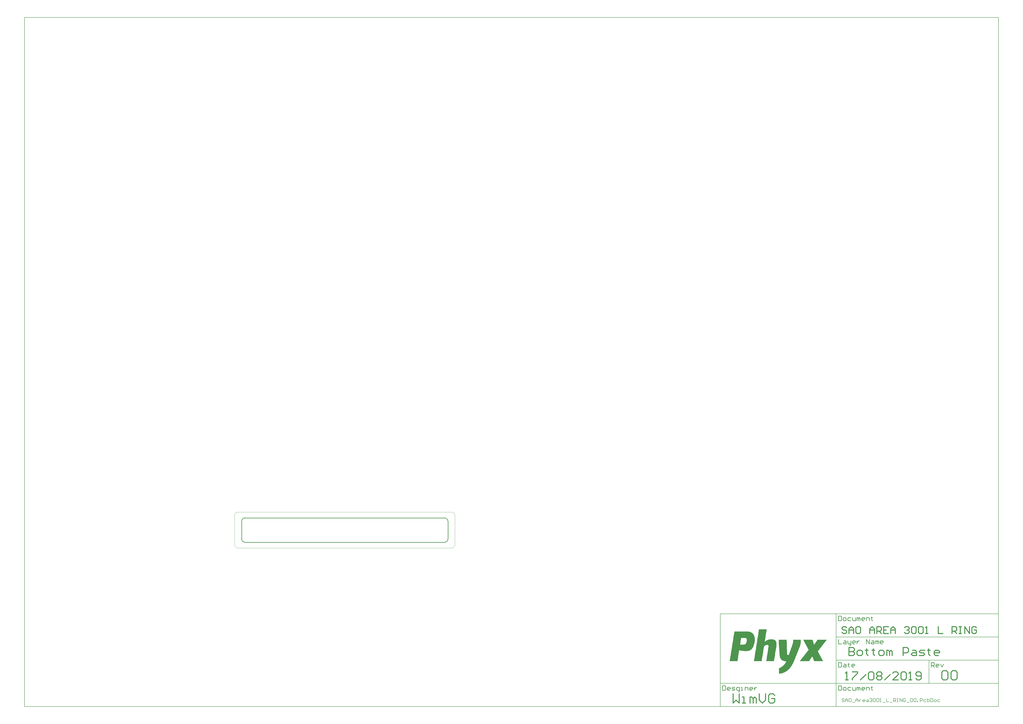
<source format=gbp>
G04*
G04 #@! TF.GenerationSoftware,Altium Limited,Altium Designer,18.1.7 (191)*
G04*
G04 Layer_Color=128*
%FSLAX25Y25*%
%MOIN*%
G70*
G01*
G75*
%ADD10C,0.01575*%
%ADD11C,0.00984*%
%ADD12C,0.00394*%
%ADD13C,0.00787*%
G36*
X872201Y-141778D02*
X873919D01*
Y-142065D01*
X874778D01*
Y-142351D01*
X875637D01*
Y-142637D01*
X876496D01*
Y-142924D01*
X877069D01*
Y-143210D01*
X877355D01*
Y-143496D01*
X877928D01*
Y-143783D01*
X878214D01*
Y-144069D01*
X878786D01*
Y-144355D01*
X879073D01*
Y-144641D01*
X879359D01*
Y-144928D01*
X879646D01*
Y-145214D01*
X879932D01*
Y-145501D01*
X880218D01*
Y-145787D01*
X880504D01*
Y-146073D01*
Y-146359D01*
X880791D01*
Y-146646D01*
X881077D01*
Y-146932D01*
Y-147218D01*
X881363D01*
Y-147505D01*
X881650D01*
Y-147791D01*
Y-148077D01*
X881936D01*
Y-148364D01*
Y-148650D01*
Y-148936D01*
X882222D01*
Y-149223D01*
Y-149509D01*
Y-149795D01*
X882509D01*
Y-150082D01*
Y-150368D01*
Y-150654D01*
Y-150940D01*
X882795D01*
Y-151227D01*
Y-151513D01*
Y-151799D01*
Y-152086D01*
Y-152372D01*
X883081D01*
Y-152658D01*
Y-152945D01*
Y-153231D01*
Y-153517D01*
Y-153804D01*
Y-154090D01*
Y-154376D01*
Y-154663D01*
Y-154949D01*
Y-155235D01*
Y-155521D01*
Y-155808D01*
Y-156094D01*
Y-156380D01*
Y-156667D01*
Y-156953D01*
Y-157239D01*
Y-157526D01*
Y-157812D01*
Y-158098D01*
X882795D01*
Y-158385D01*
Y-158671D01*
Y-158957D01*
Y-159244D01*
Y-159530D01*
Y-159816D01*
Y-160102D01*
X882509D01*
Y-160389D01*
Y-160675D01*
Y-160961D01*
Y-161248D01*
Y-161534D01*
X882222D01*
Y-161820D01*
Y-162107D01*
Y-162393D01*
Y-162679D01*
Y-162966D01*
X881936D01*
Y-163252D01*
Y-163538D01*
Y-163824D01*
X881650D01*
Y-164111D01*
Y-164397D01*
Y-164683D01*
Y-164970D01*
X881363D01*
Y-165256D01*
Y-165542D01*
Y-165829D01*
X881077D01*
Y-166115D01*
Y-166401D01*
X880791D01*
Y-166688D01*
Y-166974D01*
Y-167260D01*
X880504D01*
Y-167547D01*
Y-167833D01*
X880218D01*
Y-168119D01*
Y-168405D01*
X879932D01*
Y-168692D01*
Y-168978D01*
X879646D01*
Y-169264D01*
X879359D01*
Y-169551D01*
Y-169837D01*
X879073D01*
Y-170123D01*
X878786D01*
Y-170410D01*
X878500D01*
Y-170696D01*
Y-170982D01*
X878214D01*
Y-171269D01*
X877928D01*
Y-171555D01*
X877641D01*
Y-171841D01*
X877355D01*
Y-172127D01*
X877069D01*
Y-172414D01*
X876496D01*
Y-172700D01*
X876210D01*
Y-172986D01*
X875637D01*
Y-173273D01*
X875351D01*
Y-173559D01*
X874778D01*
Y-173845D01*
X873919D01*
Y-174132D01*
X873060D01*
Y-174418D01*
X872201D01*
Y-174704D01*
X870483D01*
Y-174991D01*
X865330D01*
Y-174704D01*
X862753D01*
Y-174418D01*
X860749D01*
Y-174132D01*
X859317D01*
Y-173845D01*
X857886D01*
Y-173559D01*
X856454D01*
Y-173845D01*
Y-174132D01*
Y-174418D01*
Y-174704D01*
Y-174991D01*
Y-175277D01*
Y-175563D01*
X856168D01*
Y-175850D01*
Y-176136D01*
Y-176422D01*
Y-176709D01*
Y-176995D01*
Y-177281D01*
X855882D01*
Y-177568D01*
Y-177854D01*
Y-178140D01*
Y-178426D01*
Y-178713D01*
Y-178999D01*
X855595D01*
Y-179285D01*
Y-179572D01*
Y-179858D01*
Y-180144D01*
Y-180431D01*
Y-180717D01*
Y-181003D01*
X855309D01*
Y-181290D01*
Y-181576D01*
Y-181862D01*
Y-182149D01*
Y-182435D01*
Y-182721D01*
X855023D01*
Y-183007D01*
Y-183294D01*
Y-183580D01*
Y-183866D01*
Y-184153D01*
Y-184439D01*
X854736D01*
Y-184725D01*
Y-185012D01*
Y-185298D01*
Y-185584D01*
Y-185871D01*
Y-186157D01*
Y-186443D01*
X854450D01*
Y-186730D01*
Y-187016D01*
Y-187302D01*
Y-187588D01*
Y-187875D01*
Y-188161D01*
X854164D01*
Y-188447D01*
Y-188734D01*
Y-189020D01*
Y-189306D01*
Y-189593D01*
Y-189879D01*
X853877D01*
Y-190165D01*
Y-190452D01*
Y-190738D01*
Y-191024D01*
Y-191311D01*
Y-191597D01*
Y-191883D01*
X840421D01*
Y-191597D01*
X840707D01*
Y-191311D01*
Y-191024D01*
Y-190738D01*
Y-190452D01*
Y-190165D01*
X840993D01*
Y-189879D01*
Y-189593D01*
Y-189306D01*
Y-189020D01*
Y-188734D01*
Y-188447D01*
Y-188161D01*
X841280D01*
Y-187875D01*
Y-187588D01*
Y-187302D01*
Y-187016D01*
Y-186730D01*
Y-186443D01*
X841566D01*
Y-186157D01*
Y-185871D01*
Y-185584D01*
Y-185298D01*
Y-185012D01*
Y-184725D01*
X841852D01*
Y-184439D01*
Y-184153D01*
Y-183866D01*
Y-183580D01*
Y-183294D01*
Y-183007D01*
Y-182721D01*
X842138D01*
Y-182435D01*
Y-182149D01*
Y-181862D01*
Y-181576D01*
Y-181290D01*
Y-181003D01*
X842425D01*
Y-180717D01*
Y-180431D01*
Y-180144D01*
Y-179858D01*
Y-179572D01*
Y-179285D01*
X842711D01*
Y-178999D01*
Y-178713D01*
Y-178426D01*
Y-178140D01*
Y-177854D01*
Y-177568D01*
X842997D01*
Y-177281D01*
Y-176995D01*
Y-176709D01*
Y-176422D01*
Y-176136D01*
Y-175850D01*
Y-175563D01*
X843284D01*
Y-175277D01*
Y-174991D01*
Y-174704D01*
Y-174418D01*
Y-174132D01*
Y-173845D01*
X843570D01*
Y-173559D01*
Y-173273D01*
Y-172986D01*
Y-172700D01*
Y-172414D01*
Y-172127D01*
X843856D01*
Y-171841D01*
Y-171555D01*
Y-171269D01*
Y-170982D01*
Y-170696D01*
Y-170410D01*
X844143D01*
Y-170123D01*
Y-169837D01*
Y-169551D01*
Y-169264D01*
Y-168978D01*
Y-168692D01*
Y-168405D01*
X844429D01*
Y-168119D01*
Y-167833D01*
Y-167547D01*
Y-167260D01*
Y-166974D01*
Y-166688D01*
X844715D01*
Y-166401D01*
Y-166115D01*
Y-165829D01*
Y-165542D01*
Y-165256D01*
Y-164970D01*
X845002D01*
Y-164683D01*
Y-164397D01*
Y-164111D01*
Y-163824D01*
Y-163538D01*
Y-163252D01*
Y-162966D01*
X845288D01*
Y-162679D01*
Y-162393D01*
Y-162107D01*
Y-161820D01*
Y-161534D01*
Y-161248D01*
X845574D01*
Y-160961D01*
Y-160675D01*
Y-160389D01*
Y-160102D01*
Y-159816D01*
Y-159530D01*
X845861D01*
Y-159244D01*
Y-158957D01*
Y-158671D01*
Y-158385D01*
Y-158098D01*
Y-157812D01*
X846147D01*
Y-157526D01*
Y-157239D01*
Y-156953D01*
Y-156667D01*
Y-156380D01*
Y-156094D01*
Y-155808D01*
X846433D01*
Y-155521D01*
Y-155235D01*
Y-154949D01*
Y-154663D01*
Y-154376D01*
Y-154090D01*
X846719D01*
Y-153804D01*
Y-153517D01*
Y-153231D01*
Y-152945D01*
Y-152658D01*
Y-152372D01*
X847006D01*
Y-152086D01*
Y-151799D01*
Y-151513D01*
Y-151227D01*
Y-150940D01*
Y-150654D01*
Y-150368D01*
X847292D01*
Y-150082D01*
Y-149795D01*
Y-149509D01*
Y-149223D01*
Y-148936D01*
Y-148650D01*
X847578D01*
Y-148364D01*
Y-148077D01*
Y-147791D01*
Y-147505D01*
Y-147218D01*
Y-146932D01*
X847865D01*
Y-146646D01*
Y-146359D01*
Y-146073D01*
Y-145787D01*
Y-145501D01*
Y-145214D01*
Y-144928D01*
X848151D01*
Y-144641D01*
Y-144355D01*
Y-144069D01*
Y-143783D01*
Y-143496D01*
Y-143210D01*
X848437D01*
Y-142924D01*
Y-142637D01*
Y-142351D01*
Y-142065D01*
Y-141778D01*
Y-141492D01*
X872201D01*
Y-141778D01*
D02*
G37*
G36*
X903409Y-138343D02*
Y-138629D01*
X903123D01*
Y-138915D01*
Y-139202D01*
Y-139488D01*
Y-139774D01*
Y-140060D01*
Y-140347D01*
X902837D01*
Y-140633D01*
Y-140919D01*
Y-141206D01*
Y-141492D01*
Y-141778D01*
Y-142065D01*
X902551D01*
Y-142351D01*
Y-142637D01*
Y-142924D01*
Y-143210D01*
Y-143496D01*
Y-143783D01*
Y-144069D01*
X902264D01*
Y-144355D01*
Y-144641D01*
Y-144928D01*
Y-145214D01*
Y-145501D01*
Y-145787D01*
X901978D01*
Y-146073D01*
Y-146359D01*
Y-146646D01*
Y-146932D01*
Y-147218D01*
Y-147505D01*
X901692D01*
Y-147791D01*
Y-148077D01*
Y-148364D01*
Y-148650D01*
Y-148936D01*
Y-149223D01*
Y-149509D01*
X901405D01*
Y-149795D01*
Y-150082D01*
Y-150368D01*
Y-150654D01*
Y-150940D01*
Y-151227D01*
X901119D01*
Y-151513D01*
Y-151799D01*
Y-152086D01*
Y-152372D01*
Y-152658D01*
Y-152945D01*
X900833D01*
Y-153231D01*
Y-153517D01*
Y-153804D01*
Y-154090D01*
Y-154376D01*
Y-154663D01*
X900546D01*
Y-154949D01*
Y-155235D01*
Y-155521D01*
Y-155808D01*
Y-156094D01*
Y-156380D01*
Y-156667D01*
X900260D01*
Y-156953D01*
Y-157239D01*
Y-157526D01*
Y-157812D01*
Y-158098D01*
Y-158385D01*
X899974D01*
Y-158671D01*
Y-158957D01*
X900546D01*
Y-158671D01*
X900833D01*
Y-158385D01*
X901119D01*
Y-158098D01*
X901692D01*
Y-157812D01*
X901978D01*
Y-157526D01*
X902264D01*
Y-157239D01*
X902837D01*
Y-156953D01*
X903409D01*
Y-156667D01*
X903696D01*
Y-156380D01*
X904268D01*
Y-156094D01*
X905127D01*
Y-155808D01*
X905700D01*
Y-155521D01*
X906559D01*
Y-155235D01*
X907990D01*
Y-154949D01*
X914289D01*
Y-155235D01*
X915435D01*
Y-155521D01*
X916294D01*
Y-155808D01*
X916866D01*
Y-156094D01*
X917153D01*
Y-156380D01*
X917725D01*
Y-156667D01*
X918011D01*
Y-156953D01*
X918298D01*
Y-157239D01*
X918584D01*
Y-157526D01*
X918870D01*
Y-157812D01*
Y-158098D01*
X919157D01*
Y-158385D01*
Y-158671D01*
X919443D01*
Y-158957D01*
Y-159244D01*
Y-159530D01*
X919729D01*
Y-159816D01*
Y-160102D01*
Y-160389D01*
Y-160675D01*
X920016D01*
Y-160961D01*
Y-161248D01*
Y-161534D01*
Y-161820D01*
Y-162107D01*
Y-162393D01*
Y-162679D01*
Y-162966D01*
Y-163252D01*
Y-163538D01*
Y-163824D01*
Y-164111D01*
Y-164397D01*
Y-164683D01*
Y-164970D01*
Y-165256D01*
Y-165542D01*
Y-165829D01*
X919729D01*
Y-166115D01*
Y-166401D01*
Y-166688D01*
Y-166974D01*
Y-167260D01*
Y-167547D01*
Y-167833D01*
X919443D01*
Y-168119D01*
Y-168405D01*
Y-168692D01*
Y-168978D01*
Y-169264D01*
Y-169551D01*
Y-169837D01*
X919157D01*
Y-170123D01*
Y-170410D01*
Y-170696D01*
Y-170982D01*
Y-171269D01*
Y-171555D01*
X918870D01*
Y-171841D01*
Y-172127D01*
Y-172414D01*
Y-172700D01*
Y-172986D01*
Y-173273D01*
X918584D01*
Y-173559D01*
Y-173845D01*
Y-174132D01*
Y-174418D01*
Y-174704D01*
Y-174991D01*
X918298D01*
Y-175277D01*
Y-175563D01*
Y-175850D01*
Y-176136D01*
Y-176422D01*
Y-176709D01*
Y-176995D01*
X918011D01*
Y-177281D01*
Y-177568D01*
Y-177854D01*
Y-178140D01*
Y-178426D01*
Y-178713D01*
X917725D01*
Y-178999D01*
Y-179285D01*
Y-179572D01*
Y-179858D01*
Y-180144D01*
Y-180431D01*
X917439D01*
Y-180717D01*
Y-181003D01*
Y-181290D01*
Y-181576D01*
Y-181862D01*
Y-182149D01*
Y-182435D01*
X917153D01*
Y-182721D01*
Y-183007D01*
Y-183294D01*
Y-183580D01*
Y-183866D01*
Y-184153D01*
X916866D01*
Y-184439D01*
Y-184725D01*
Y-185012D01*
Y-185298D01*
Y-185584D01*
Y-185871D01*
X916580D01*
Y-186157D01*
Y-186443D01*
Y-186730D01*
Y-187016D01*
Y-187302D01*
Y-187588D01*
X916294D01*
Y-187875D01*
Y-188161D01*
Y-188447D01*
Y-188734D01*
Y-189020D01*
Y-189306D01*
Y-189593D01*
X916007D01*
Y-189879D01*
Y-190165D01*
Y-190452D01*
Y-190738D01*
Y-191024D01*
Y-191311D01*
X915721D01*
Y-191597D01*
Y-191883D01*
X902551D01*
Y-191597D01*
Y-191311D01*
X902837D01*
Y-191024D01*
Y-190738D01*
Y-190452D01*
Y-190165D01*
Y-189879D01*
Y-189593D01*
X903123D01*
Y-189306D01*
Y-189020D01*
Y-188734D01*
Y-188447D01*
Y-188161D01*
Y-187875D01*
Y-187588D01*
X903409D01*
Y-187302D01*
Y-187016D01*
Y-186730D01*
Y-186443D01*
Y-186157D01*
Y-185871D01*
X903696D01*
Y-185584D01*
Y-185298D01*
Y-185012D01*
Y-184725D01*
Y-184439D01*
Y-184153D01*
X903982D01*
Y-183866D01*
Y-183580D01*
Y-183294D01*
Y-183007D01*
Y-182721D01*
Y-182435D01*
Y-182149D01*
X904268D01*
Y-181862D01*
Y-181576D01*
Y-181290D01*
Y-181003D01*
Y-180717D01*
Y-180431D01*
X904555D01*
Y-180144D01*
Y-179858D01*
Y-179572D01*
Y-179285D01*
Y-178999D01*
Y-178713D01*
Y-178426D01*
X904841D01*
Y-178140D01*
Y-177854D01*
Y-177568D01*
Y-177281D01*
Y-176995D01*
Y-176709D01*
X905127D01*
Y-176422D01*
Y-176136D01*
Y-175850D01*
Y-175563D01*
Y-175277D01*
Y-174991D01*
X905414D01*
Y-174704D01*
Y-174418D01*
Y-174132D01*
Y-173845D01*
Y-173559D01*
Y-173273D01*
X905700D01*
Y-172986D01*
Y-172700D01*
Y-172414D01*
Y-172127D01*
Y-171841D01*
Y-171555D01*
Y-171269D01*
X905986D01*
Y-170982D01*
Y-170696D01*
Y-170410D01*
Y-170123D01*
Y-169837D01*
Y-169551D01*
X906273D01*
Y-169264D01*
Y-168978D01*
Y-168692D01*
Y-168405D01*
Y-168119D01*
Y-167833D01*
Y-167547D01*
X906559D01*
Y-167260D01*
Y-166974D01*
Y-166688D01*
Y-166401D01*
Y-166115D01*
Y-165829D01*
X906273D01*
Y-165542D01*
Y-165256D01*
X905986D01*
Y-164970D01*
X905700D01*
Y-164683D01*
X905127D01*
Y-164397D01*
X903409D01*
Y-164683D01*
X901978D01*
Y-164970D01*
X901119D01*
Y-165256D01*
X900546D01*
Y-165542D01*
X900260D01*
Y-165829D01*
X899687D01*
Y-166115D01*
X899401D01*
Y-166401D01*
X899115D01*
Y-166688D01*
Y-166974D01*
X898828D01*
Y-167260D01*
Y-167547D01*
Y-167833D01*
X898542D01*
Y-168119D01*
Y-168405D01*
Y-168692D01*
Y-168978D01*
Y-169264D01*
Y-169551D01*
X898256D01*
Y-169837D01*
Y-170123D01*
Y-170410D01*
Y-170696D01*
Y-170982D01*
Y-171269D01*
Y-171555D01*
X897970D01*
Y-171841D01*
Y-172127D01*
Y-172414D01*
Y-172700D01*
Y-172986D01*
Y-173273D01*
X897683D01*
Y-173559D01*
Y-173845D01*
Y-174132D01*
Y-174418D01*
Y-174704D01*
Y-174991D01*
X897397D01*
Y-175277D01*
Y-175563D01*
Y-175850D01*
Y-176136D01*
Y-176422D01*
Y-176709D01*
X897111D01*
Y-176995D01*
Y-177281D01*
Y-177568D01*
Y-177854D01*
Y-178140D01*
Y-178426D01*
Y-178713D01*
X896824D01*
Y-178999D01*
Y-179285D01*
Y-179572D01*
Y-179858D01*
Y-180144D01*
Y-180431D01*
X896538D01*
Y-180717D01*
Y-181003D01*
Y-181290D01*
Y-181576D01*
Y-181862D01*
Y-182149D01*
X896252D01*
Y-182435D01*
Y-182721D01*
Y-183007D01*
Y-183294D01*
Y-183580D01*
Y-183866D01*
Y-184153D01*
X895965D01*
Y-184439D01*
Y-184725D01*
Y-185012D01*
Y-185298D01*
Y-185584D01*
Y-185871D01*
X895679D01*
Y-186157D01*
Y-186443D01*
Y-186730D01*
Y-187016D01*
Y-187302D01*
Y-187588D01*
X895393D01*
Y-187875D01*
Y-188161D01*
Y-188447D01*
Y-188734D01*
Y-189020D01*
Y-189306D01*
X895106D01*
Y-189593D01*
Y-189879D01*
Y-190165D01*
Y-190452D01*
Y-190738D01*
Y-191024D01*
Y-191311D01*
X894820D01*
Y-191597D01*
Y-191883D01*
X881650D01*
Y-191597D01*
Y-191311D01*
X881936D01*
Y-191024D01*
Y-190738D01*
Y-190452D01*
Y-190165D01*
Y-189879D01*
Y-189593D01*
Y-189306D01*
X882222D01*
Y-189020D01*
Y-188734D01*
Y-188447D01*
Y-188161D01*
Y-187875D01*
Y-187588D01*
X882509D01*
Y-187302D01*
Y-187016D01*
Y-186730D01*
Y-186443D01*
Y-186157D01*
Y-185871D01*
X882795D01*
Y-185584D01*
Y-185298D01*
Y-185012D01*
Y-184725D01*
Y-184439D01*
Y-184153D01*
Y-183866D01*
X883081D01*
Y-183580D01*
Y-183294D01*
Y-183007D01*
Y-182721D01*
Y-182435D01*
Y-182149D01*
X883368D01*
Y-181862D01*
Y-181576D01*
Y-181290D01*
Y-181003D01*
Y-180717D01*
Y-180431D01*
X883654D01*
Y-180144D01*
Y-179858D01*
Y-179572D01*
Y-179285D01*
Y-178999D01*
Y-178713D01*
X883940D01*
Y-178426D01*
Y-178140D01*
Y-177854D01*
Y-177568D01*
Y-177281D01*
Y-176995D01*
Y-176709D01*
X884227D01*
Y-176422D01*
Y-176136D01*
Y-175850D01*
Y-175563D01*
Y-175277D01*
Y-174991D01*
X884513D01*
Y-174704D01*
Y-174418D01*
Y-174132D01*
Y-173845D01*
Y-173559D01*
Y-173273D01*
X884799D01*
Y-172986D01*
Y-172700D01*
Y-172414D01*
Y-172127D01*
Y-171841D01*
Y-171555D01*
Y-171269D01*
X885085D01*
Y-170982D01*
Y-170696D01*
Y-170410D01*
Y-170123D01*
Y-169837D01*
Y-169551D01*
X885372D01*
Y-169264D01*
Y-168978D01*
Y-168692D01*
Y-168405D01*
Y-168119D01*
Y-167833D01*
X885658D01*
Y-167547D01*
Y-167260D01*
Y-166974D01*
Y-166688D01*
Y-166401D01*
Y-166115D01*
X885944D01*
Y-165829D01*
Y-165542D01*
Y-165256D01*
Y-164970D01*
Y-164683D01*
Y-164397D01*
Y-164111D01*
X886231D01*
Y-163824D01*
Y-163538D01*
Y-163252D01*
Y-162966D01*
Y-162679D01*
Y-162393D01*
X886517D01*
Y-162107D01*
Y-161820D01*
Y-161534D01*
Y-161248D01*
Y-160961D01*
Y-160675D01*
X886803D01*
Y-160389D01*
Y-160102D01*
Y-159816D01*
Y-159530D01*
Y-159244D01*
Y-158957D01*
X887090D01*
Y-158671D01*
Y-158385D01*
Y-158098D01*
Y-157812D01*
Y-157526D01*
Y-157239D01*
Y-156953D01*
X887376D01*
Y-156667D01*
Y-156380D01*
Y-156094D01*
Y-155808D01*
Y-155521D01*
Y-155235D01*
X887662D01*
Y-154949D01*
Y-154663D01*
Y-154376D01*
Y-154090D01*
Y-153804D01*
Y-153517D01*
X887949D01*
Y-153231D01*
Y-152945D01*
Y-152658D01*
Y-152372D01*
Y-152086D01*
Y-151799D01*
Y-151513D01*
X888235D01*
Y-151227D01*
Y-150940D01*
Y-150654D01*
Y-150368D01*
Y-150082D01*
Y-149795D01*
X888521D01*
Y-149509D01*
Y-149223D01*
Y-148936D01*
Y-148650D01*
Y-148364D01*
Y-148077D01*
X888807D01*
Y-147791D01*
Y-147505D01*
Y-147218D01*
Y-146932D01*
Y-146646D01*
Y-146359D01*
X889094D01*
Y-146073D01*
Y-145787D01*
Y-145501D01*
Y-145214D01*
Y-144928D01*
Y-144641D01*
Y-144355D01*
X889380D01*
Y-144069D01*
Y-143783D01*
Y-143496D01*
Y-143210D01*
Y-142924D01*
Y-142637D01*
X889666D01*
Y-142351D01*
Y-142065D01*
Y-141778D01*
Y-141492D01*
Y-141206D01*
Y-140919D01*
X889953D01*
Y-140633D01*
Y-140347D01*
Y-140060D01*
Y-139774D01*
Y-139488D01*
Y-139202D01*
Y-138915D01*
X890239D01*
Y-138629D01*
Y-138343D01*
Y-138056D01*
X903409D01*
Y-138343D01*
D02*
G37*
G36*
X1005337Y-155808D02*
X1005050D01*
Y-156094D01*
X1004764D01*
Y-156380D01*
Y-156667D01*
X1004478D01*
Y-156953D01*
X1004192D01*
Y-157239D01*
X1003905D01*
Y-157526D01*
Y-157812D01*
X1003619D01*
Y-158098D01*
X1003333D01*
Y-158385D01*
X1003046D01*
Y-158671D01*
X1002760D01*
Y-158957D01*
Y-159244D01*
X1002474D01*
Y-159530D01*
X1002187D01*
Y-159816D01*
X1001901D01*
Y-160102D01*
Y-160389D01*
X1001615D01*
Y-160675D01*
X1001328D01*
Y-160961D01*
X1001042D01*
Y-161248D01*
X1000756D01*
Y-161534D01*
Y-161820D01*
X1000469D01*
Y-162107D01*
X1000183D01*
Y-162393D01*
X999897D01*
Y-162679D01*
Y-162966D01*
X999611D01*
Y-163252D01*
X999324D01*
Y-163538D01*
X999038D01*
Y-163824D01*
Y-164111D01*
X998752D01*
Y-164397D01*
X998465D01*
Y-164683D01*
X998179D01*
Y-164970D01*
X997893D01*
Y-165256D01*
Y-165542D01*
X997606D01*
Y-165829D01*
X997320D01*
Y-166115D01*
X997034D01*
Y-166401D01*
Y-166688D01*
X996747D01*
Y-166974D01*
X996461D01*
Y-167260D01*
X996175D01*
Y-167547D01*
Y-167833D01*
X995889D01*
Y-168119D01*
X995602D01*
Y-168405D01*
X995316D01*
Y-168692D01*
X995030D01*
Y-168978D01*
Y-169264D01*
X994743D01*
Y-169551D01*
X994457D01*
Y-169837D01*
X994171D01*
Y-170123D01*
Y-170410D01*
X993884D01*
Y-170696D01*
X993598D01*
Y-170982D01*
X993312D01*
Y-171269D01*
Y-171555D01*
X993025D01*
Y-171841D01*
X992739D01*
Y-172127D01*
X992453D01*
Y-172414D01*
X992166D01*
Y-172700D01*
Y-172986D01*
X991880D01*
Y-173273D01*
X991594D01*
Y-173559D01*
X991308D01*
Y-173845D01*
Y-174132D01*
X991021D01*
Y-174418D01*
X990735D01*
Y-174704D01*
X990449D01*
Y-174991D01*
X990162D01*
Y-175277D01*
Y-175563D01*
X990449D01*
Y-175850D01*
Y-176136D01*
X990735D01*
Y-176422D01*
Y-176709D01*
X991021D01*
Y-176995D01*
X991308D01*
Y-177281D01*
Y-177568D01*
X991594D01*
Y-177854D01*
Y-178140D01*
X991880D01*
Y-178426D01*
Y-178713D01*
X992166D01*
Y-178999D01*
Y-179285D01*
X992453D01*
Y-179572D01*
Y-179858D01*
X992739D01*
Y-180144D01*
Y-180431D01*
X993025D01*
Y-180717D01*
Y-181003D01*
X993312D01*
Y-181290D01*
Y-181576D01*
X993598D01*
Y-181862D01*
X993884D01*
Y-182149D01*
Y-182435D01*
X994171D01*
Y-182721D01*
Y-183007D01*
X994457D01*
Y-183294D01*
Y-183580D01*
X994743D01*
Y-183866D01*
Y-184153D01*
X995030D01*
Y-184439D01*
Y-184725D01*
X995316D01*
Y-185012D01*
Y-185298D01*
X995602D01*
Y-185584D01*
Y-185871D01*
X995889D01*
Y-186157D01*
X996175D01*
Y-186443D01*
Y-186730D01*
X996461D01*
Y-187016D01*
Y-187302D01*
X996747D01*
Y-187588D01*
Y-187875D01*
X997034D01*
Y-188161D01*
Y-188447D01*
X997320D01*
Y-188734D01*
Y-189020D01*
X997606D01*
Y-189306D01*
Y-189593D01*
X997893D01*
Y-189879D01*
Y-190165D01*
X998179D01*
Y-190452D01*
X998465D01*
Y-190738D01*
Y-191024D01*
X998752D01*
Y-191311D01*
Y-191597D01*
X999038D01*
Y-191883D01*
X983863D01*
Y-191597D01*
X983577D01*
Y-191311D01*
Y-191024D01*
Y-190738D01*
X983291D01*
Y-190452D01*
Y-190165D01*
Y-189879D01*
X983004D01*
Y-189593D01*
Y-189306D01*
X982718D01*
Y-189020D01*
Y-188734D01*
Y-188447D01*
X982432D01*
Y-188161D01*
Y-187875D01*
Y-187588D01*
X982146D01*
Y-187302D01*
Y-187016D01*
X981859D01*
Y-186730D01*
Y-186443D01*
Y-186157D01*
X981573D01*
Y-185871D01*
Y-185584D01*
Y-185298D01*
X981287D01*
Y-185012D01*
Y-184725D01*
Y-184439D01*
X981000D01*
Y-184153D01*
X980428D01*
Y-184439D01*
Y-184725D01*
X980141D01*
Y-185012D01*
X979855D01*
Y-185298D01*
Y-185584D01*
X979569D01*
Y-185871D01*
X979282D01*
Y-186157D01*
Y-186443D01*
X978996D01*
Y-186730D01*
X978710D01*
Y-187016D01*
Y-187302D01*
X978423D01*
Y-187588D01*
X978137D01*
Y-187875D01*
X977851D01*
Y-188161D01*
Y-188447D01*
X977565D01*
Y-188734D01*
X977278D01*
Y-189020D01*
Y-189306D01*
X976992D01*
Y-189593D01*
X976705D01*
Y-189879D01*
Y-190165D01*
X976419D01*
Y-190452D01*
X976133D01*
Y-190738D01*
Y-191024D01*
X975847D01*
Y-191311D01*
X975560D01*
Y-191597D01*
Y-191883D01*
X959527D01*
Y-191597D01*
X959813D01*
Y-191311D01*
X960099D01*
Y-191024D01*
X960386D01*
Y-190738D01*
X960672D01*
Y-190452D01*
Y-190165D01*
X960958D01*
Y-189879D01*
X961245D01*
Y-189593D01*
X961531D01*
Y-189306D01*
X961817D01*
Y-189020D01*
Y-188734D01*
X962104D01*
Y-188447D01*
X962390D01*
Y-188161D01*
X962676D01*
Y-187875D01*
Y-187588D01*
X962963D01*
Y-187302D01*
X963249D01*
Y-187016D01*
X963535D01*
Y-186730D01*
X963822D01*
Y-186443D01*
Y-186157D01*
X964108D01*
Y-185871D01*
X964394D01*
Y-185584D01*
X964680D01*
Y-185298D01*
X964967D01*
Y-185012D01*
Y-184725D01*
X965253D01*
Y-184439D01*
X965539D01*
Y-184153D01*
X965826D01*
Y-183866D01*
Y-183580D01*
X966112D01*
Y-183294D01*
X966398D01*
Y-183007D01*
X966685D01*
Y-182721D01*
X966971D01*
Y-182435D01*
Y-182149D01*
X967257D01*
Y-181862D01*
X967544D01*
Y-181576D01*
X967830D01*
Y-181290D01*
Y-181003D01*
X968116D01*
Y-180717D01*
X968402D01*
Y-180431D01*
X968689D01*
Y-180144D01*
X968975D01*
Y-179858D01*
Y-179572D01*
X969261D01*
Y-179285D01*
X969548D01*
Y-178999D01*
X969834D01*
Y-178713D01*
Y-178426D01*
X970120D01*
Y-178140D01*
X970407D01*
Y-177854D01*
X970693D01*
Y-177568D01*
X970979D01*
Y-177281D01*
Y-176995D01*
X971266D01*
Y-176709D01*
X971552D01*
Y-176422D01*
X971838D01*
Y-176136D01*
X972124D01*
Y-175850D01*
Y-175563D01*
X972411D01*
Y-175277D01*
X972697D01*
Y-174991D01*
X972983D01*
Y-174704D01*
Y-174418D01*
X973270D01*
Y-174132D01*
X973556D01*
Y-173845D01*
X973842D01*
Y-173559D01*
X974129D01*
Y-173273D01*
Y-172986D01*
X974415D01*
Y-172700D01*
Y-172414D01*
Y-172127D01*
X974129D01*
Y-171841D01*
X973842D01*
Y-171555D01*
Y-171269D01*
X973556D01*
Y-170982D01*
Y-170696D01*
X973270D01*
Y-170410D01*
Y-170123D01*
X972983D01*
Y-169837D01*
Y-169551D01*
X972697D01*
Y-169264D01*
Y-168978D01*
X972411D01*
Y-168692D01*
Y-168405D01*
X972124D01*
Y-168119D01*
X971838D01*
Y-167833D01*
Y-167547D01*
X971552D01*
Y-167260D01*
Y-166974D01*
X971266D01*
Y-166688D01*
Y-166401D01*
X970979D01*
Y-166115D01*
Y-165829D01*
X970693D01*
Y-165542D01*
Y-165256D01*
X970407D01*
Y-164970D01*
Y-164683D01*
X970120D01*
Y-164397D01*
X969834D01*
Y-164111D01*
Y-163824D01*
X969548D01*
Y-163538D01*
Y-163252D01*
X969261D01*
Y-162966D01*
Y-162679D01*
X968975D01*
Y-162393D01*
Y-162107D01*
X968689D01*
Y-161820D01*
Y-161534D01*
X968402D01*
Y-161248D01*
Y-160961D01*
X968116D01*
Y-160675D01*
Y-160389D01*
X967830D01*
Y-160102D01*
X967544D01*
Y-159816D01*
Y-159530D01*
X967257D01*
Y-159244D01*
Y-158957D01*
X966971D01*
Y-158671D01*
Y-158385D01*
X966685D01*
Y-158098D01*
Y-157812D01*
X966398D01*
Y-157526D01*
Y-157239D01*
X966112D01*
Y-156953D01*
Y-156667D01*
X965826D01*
Y-156380D01*
X965539D01*
Y-156094D01*
Y-155808D01*
X965253D01*
Y-155521D01*
X981000D01*
Y-155808D01*
X981287D01*
Y-156094D01*
Y-156380D01*
Y-156667D01*
X981573D01*
Y-156953D01*
Y-157239D01*
Y-157526D01*
X981859D01*
Y-157812D01*
Y-158098D01*
Y-158385D01*
X982146D01*
Y-158671D01*
Y-158957D01*
Y-159244D01*
X982432D01*
Y-159530D01*
Y-159816D01*
Y-160102D01*
X982718D01*
Y-160389D01*
Y-160675D01*
Y-160961D01*
X983004D01*
Y-161248D01*
Y-161534D01*
Y-161820D01*
X983291D01*
Y-162107D01*
Y-162393D01*
Y-162679D01*
X983577D01*
Y-162966D01*
Y-163252D01*
Y-163538D01*
Y-163824D01*
X984150D01*
Y-163538D01*
X984436D01*
Y-163252D01*
X984722D01*
Y-162966D01*
Y-162679D01*
X985009D01*
Y-162393D01*
X985295D01*
Y-162107D01*
Y-161820D01*
X985581D01*
Y-161534D01*
X985868D01*
Y-161248D01*
Y-160961D01*
X986154D01*
Y-160675D01*
X986440D01*
Y-160389D01*
Y-160102D01*
X986726D01*
Y-159816D01*
X987013D01*
Y-159530D01*
Y-159244D01*
X987299D01*
Y-158957D01*
X987585D01*
Y-158671D01*
Y-158385D01*
X987872D01*
Y-158098D01*
X988158D01*
Y-157812D01*
Y-157526D01*
X988444D01*
Y-157239D01*
X988731D01*
Y-156953D01*
Y-156667D01*
X989017D01*
Y-156380D01*
X989303D01*
Y-156094D01*
Y-155808D01*
X989590D01*
Y-155521D01*
X1005337D01*
Y-155808D01*
D02*
G37*
G36*
X961245D02*
Y-156094D01*
Y-156380D01*
Y-156667D01*
Y-156953D01*
Y-157239D01*
Y-157526D01*
Y-157812D01*
Y-158098D01*
Y-158385D01*
Y-158671D01*
Y-158957D01*
Y-159244D01*
Y-159530D01*
Y-159816D01*
Y-160102D01*
Y-160389D01*
Y-160675D01*
Y-160961D01*
Y-161248D01*
Y-161534D01*
X960958D01*
Y-161820D01*
Y-162107D01*
Y-162393D01*
Y-162679D01*
Y-162966D01*
X960672D01*
Y-163252D01*
Y-163538D01*
Y-163824D01*
Y-164111D01*
X960386D01*
Y-164397D01*
Y-164683D01*
Y-164970D01*
Y-165256D01*
X960099D01*
Y-165542D01*
Y-165829D01*
Y-166115D01*
X959813D01*
Y-166401D01*
Y-166688D01*
Y-166974D01*
X959527D01*
Y-167260D01*
Y-167547D01*
Y-167833D01*
X959241D01*
Y-168119D01*
Y-168405D01*
Y-168692D01*
X958954D01*
Y-168978D01*
Y-169264D01*
X958668D01*
Y-169551D01*
Y-169837D01*
X958381D01*
Y-170123D01*
Y-170410D01*
Y-170696D01*
X958095D01*
Y-170982D01*
Y-171269D01*
X957809D01*
Y-171555D01*
Y-171841D01*
Y-172127D01*
X957523D01*
Y-172414D01*
Y-172700D01*
X957236D01*
Y-172986D01*
Y-173273D01*
Y-173559D01*
X956950D01*
Y-173845D01*
Y-174132D01*
X956664D01*
Y-174418D01*
Y-174704D01*
Y-174991D01*
X956377D01*
Y-175277D01*
Y-175563D01*
X956091D01*
Y-175850D01*
Y-176136D01*
Y-176422D01*
X955805D01*
Y-176709D01*
Y-176995D01*
X955518D01*
Y-177281D01*
Y-177568D01*
Y-177854D01*
X955232D01*
Y-178140D01*
Y-178426D01*
X954946D01*
Y-178713D01*
Y-178999D01*
Y-179285D01*
X954659D01*
Y-179572D01*
Y-179858D01*
X954373D01*
Y-180144D01*
Y-180431D01*
Y-180717D01*
X954087D01*
Y-181003D01*
Y-181290D01*
X953800D01*
Y-181576D01*
Y-181862D01*
Y-182149D01*
X953514D01*
Y-182435D01*
Y-182721D01*
X953228D01*
Y-183007D01*
Y-183294D01*
Y-183580D01*
X952942D01*
Y-183866D01*
Y-184153D01*
X952655D01*
Y-184439D01*
Y-184725D01*
Y-185012D01*
X952369D01*
Y-185298D01*
Y-185584D01*
X952083D01*
Y-185871D01*
Y-186157D01*
Y-186443D01*
X951796D01*
Y-186730D01*
Y-187016D01*
X951510D01*
Y-187302D01*
Y-187588D01*
Y-187875D01*
X951224D01*
Y-188161D01*
Y-188447D01*
X950937D01*
Y-188734D01*
Y-189020D01*
Y-189306D01*
X950651D01*
Y-189593D01*
Y-189879D01*
X950365D01*
Y-190165D01*
Y-190452D01*
Y-190738D01*
X950078D01*
Y-191024D01*
Y-191311D01*
X949792D01*
Y-191597D01*
Y-191883D01*
Y-192169D01*
X949506D01*
Y-192456D01*
Y-192742D01*
X949220D01*
Y-193028D01*
Y-193315D01*
X948933D01*
Y-193601D01*
Y-193887D01*
X948647D01*
Y-194174D01*
Y-194460D01*
Y-194746D01*
X948361D01*
Y-195033D01*
X948074D01*
Y-195319D01*
Y-195605D01*
Y-195891D01*
X947788D01*
Y-196178D01*
X947502D01*
Y-196464D01*
Y-196750D01*
X947215D01*
Y-197037D01*
Y-197323D01*
X946929D01*
Y-197609D01*
Y-197896D01*
X946643D01*
Y-198182D01*
Y-198468D01*
X946356D01*
Y-198755D01*
X946070D01*
Y-199041D01*
Y-199327D01*
X945784D01*
Y-199614D01*
Y-199900D01*
X945497D01*
Y-200186D01*
X945211D01*
Y-200472D01*
X944925D01*
Y-200759D01*
Y-201045D01*
X944639D01*
Y-201331D01*
X944352D01*
Y-201618D01*
Y-201904D01*
X944066D01*
Y-202190D01*
X943780D01*
Y-202477D01*
X943493D01*
Y-202763D01*
Y-203049D01*
X943207D01*
Y-203336D01*
X942921D01*
Y-203622D01*
X942634D01*
Y-203908D01*
X942348D01*
Y-204195D01*
X942062D01*
Y-204481D01*
Y-204767D01*
X941775D01*
Y-205053D01*
X941489D01*
Y-205340D01*
X941203D01*
Y-205626D01*
X940916D01*
Y-205912D01*
X940630D01*
Y-206199D01*
X940344D01*
Y-206485D01*
X940057D01*
Y-206771D01*
X939485D01*
Y-207058D01*
X939199D01*
Y-207344D01*
X938912D01*
Y-207630D01*
X938626D01*
Y-207917D01*
X938340D01*
Y-208203D01*
X937767D01*
Y-208489D01*
X937481D01*
Y-208776D01*
X936908D01*
Y-209062D01*
X936622D01*
Y-209348D01*
X936049D01*
Y-209634D01*
X935763D01*
Y-209921D01*
X935190D01*
Y-210207D01*
X934618D01*
Y-210493D01*
X934045D01*
Y-210780D01*
X933472D01*
Y-211066D01*
X932900D01*
Y-211352D01*
X932041D01*
Y-211639D01*
X931468D01*
Y-211925D01*
X930609D01*
Y-212211D01*
X929464D01*
Y-212498D01*
X928319D01*
Y-212784D01*
X926601D01*
Y-213070D01*
X924597D01*
Y-213357D01*
X924310D01*
Y-213070D01*
Y-212784D01*
Y-212498D01*
Y-212211D01*
Y-211925D01*
Y-211639D01*
Y-211352D01*
Y-211066D01*
Y-210780D01*
Y-210493D01*
Y-210207D01*
Y-209921D01*
Y-209634D01*
Y-209348D01*
Y-209062D01*
Y-208776D01*
Y-208489D01*
Y-208203D01*
Y-207917D01*
Y-207630D01*
Y-207344D01*
Y-207058D01*
Y-206771D01*
Y-206485D01*
Y-206199D01*
Y-205912D01*
Y-205626D01*
Y-205340D01*
Y-205053D01*
Y-204767D01*
Y-204481D01*
Y-204195D01*
Y-203908D01*
X924883D01*
Y-203622D01*
X925455D01*
Y-203336D01*
X926028D01*
Y-203049D01*
X926601D01*
Y-202763D01*
X927173D01*
Y-202477D01*
X927746D01*
Y-202190D01*
X928032D01*
Y-201904D01*
X928605D01*
Y-201618D01*
X928891D01*
Y-201331D01*
X929464D01*
Y-201045D01*
X929750D01*
Y-200759D01*
X930037D01*
Y-200472D01*
X930609D01*
Y-200186D01*
X930896D01*
Y-199900D01*
X931182D01*
Y-199614D01*
X931468D01*
Y-199327D01*
X931754D01*
Y-199041D01*
X932041D01*
Y-198755D01*
X932327D01*
Y-198468D01*
X932613D01*
Y-198182D01*
X932900D01*
Y-197896D01*
X933186D01*
Y-197609D01*
X933472D01*
Y-197323D01*
X933759D01*
Y-197037D01*
Y-196750D01*
X934045D01*
Y-196464D01*
X934331D01*
Y-196178D01*
X934618D01*
Y-195891D01*
Y-195605D01*
X934904D01*
Y-195319D01*
X935190D01*
Y-195033D01*
Y-194746D01*
X935476D01*
Y-194460D01*
Y-194174D01*
X935763D01*
Y-193887D01*
X936049D01*
Y-193601D01*
Y-193315D01*
X936335D01*
Y-193028D01*
Y-192742D01*
X936622D01*
Y-192456D01*
Y-192169D01*
X934904D01*
Y-191883D01*
X932900D01*
Y-191597D01*
X931754D01*
Y-191311D01*
X931182D01*
Y-191024D01*
X930323D01*
Y-190738D01*
X929750D01*
Y-190452D01*
X929464D01*
Y-190165D01*
X928891D01*
Y-189879D01*
X928605D01*
Y-189593D01*
X928319D01*
Y-189306D01*
X928032D01*
Y-189020D01*
X927746D01*
Y-188734D01*
X927460D01*
Y-188447D01*
Y-188161D01*
X927173D01*
Y-187875D01*
X926887D01*
Y-187588D01*
Y-187302D01*
X926601D01*
Y-187016D01*
Y-186730D01*
X926315D01*
Y-186443D01*
Y-186157D01*
X926028D01*
Y-185871D01*
Y-185584D01*
Y-185298D01*
X925742D01*
Y-185012D01*
Y-184725D01*
Y-184439D01*
Y-184153D01*
X925455D01*
Y-183866D01*
Y-183580D01*
Y-183294D01*
Y-183007D01*
Y-182721D01*
Y-182435D01*
Y-182149D01*
X925169D01*
Y-181862D01*
Y-181576D01*
Y-181290D01*
Y-181003D01*
Y-180717D01*
Y-180431D01*
Y-180144D01*
Y-179858D01*
Y-179572D01*
Y-179285D01*
Y-178999D01*
Y-178713D01*
Y-178426D01*
Y-178140D01*
Y-177854D01*
X924883D01*
Y-177568D01*
Y-177281D01*
Y-176995D01*
Y-176709D01*
Y-176422D01*
Y-176136D01*
Y-175850D01*
Y-175563D01*
Y-175277D01*
Y-174991D01*
Y-174704D01*
Y-174418D01*
Y-174132D01*
Y-173845D01*
Y-173559D01*
X924597D01*
Y-173273D01*
Y-172986D01*
Y-172700D01*
Y-172414D01*
Y-172127D01*
Y-171841D01*
Y-171555D01*
Y-171269D01*
Y-170982D01*
Y-170696D01*
Y-170410D01*
Y-170123D01*
Y-169837D01*
Y-169551D01*
Y-169264D01*
Y-168978D01*
X924310D01*
Y-168692D01*
Y-168405D01*
Y-168119D01*
Y-167833D01*
Y-167547D01*
Y-167260D01*
Y-166974D01*
Y-166688D01*
Y-166401D01*
Y-166115D01*
Y-165829D01*
Y-165542D01*
Y-165256D01*
Y-164970D01*
Y-164683D01*
Y-164397D01*
X924024D01*
Y-164111D01*
Y-163824D01*
Y-163538D01*
Y-163252D01*
Y-162966D01*
Y-162679D01*
Y-162393D01*
Y-162107D01*
Y-161820D01*
Y-161534D01*
Y-161248D01*
Y-160961D01*
Y-160675D01*
Y-160389D01*
X923738D01*
Y-160102D01*
Y-159816D01*
Y-159530D01*
Y-159244D01*
Y-158957D01*
Y-158671D01*
Y-158385D01*
Y-158098D01*
Y-157812D01*
Y-157526D01*
Y-157239D01*
Y-156953D01*
Y-156667D01*
Y-156380D01*
Y-156094D01*
Y-155808D01*
X923451D01*
Y-155521D01*
X937194D01*
Y-155808D01*
Y-156094D01*
Y-156380D01*
Y-156667D01*
Y-156953D01*
Y-157239D01*
Y-157526D01*
Y-157812D01*
Y-158098D01*
Y-158385D01*
Y-158671D01*
Y-158957D01*
Y-159244D01*
Y-159530D01*
X937481D01*
Y-159816D01*
Y-160102D01*
Y-160389D01*
Y-160675D01*
Y-160961D01*
Y-161248D01*
Y-161534D01*
Y-161820D01*
Y-162107D01*
Y-162393D01*
Y-162679D01*
Y-162966D01*
Y-163252D01*
Y-163538D01*
Y-163824D01*
Y-164111D01*
Y-164397D01*
Y-164683D01*
Y-164970D01*
Y-165256D01*
Y-165542D01*
Y-165829D01*
Y-166115D01*
Y-166401D01*
Y-166688D01*
Y-166974D01*
Y-167260D01*
Y-167547D01*
Y-167833D01*
Y-168119D01*
Y-168405D01*
Y-168692D01*
Y-168978D01*
Y-169264D01*
Y-169551D01*
Y-169837D01*
Y-170123D01*
Y-170410D01*
Y-170696D01*
Y-170982D01*
Y-171269D01*
X937767D01*
Y-171555D01*
X937481D01*
Y-171841D01*
Y-172127D01*
X937767D01*
Y-172414D01*
Y-172700D01*
Y-172986D01*
Y-173273D01*
Y-173559D01*
Y-173845D01*
Y-174132D01*
Y-174418D01*
Y-174704D01*
Y-174991D01*
Y-175277D01*
Y-175563D01*
Y-175850D01*
Y-176136D01*
Y-176422D01*
Y-176709D01*
Y-176995D01*
Y-177281D01*
Y-177568D01*
Y-177854D01*
Y-178140D01*
Y-178426D01*
Y-178713D01*
Y-178999D01*
Y-179285D01*
Y-179572D01*
X938053D01*
Y-179858D01*
Y-180144D01*
Y-180431D01*
X938340D01*
Y-180717D01*
X938626D01*
Y-181003D01*
X938912D01*
Y-181290D01*
X939771D01*
Y-181576D01*
X940630D01*
Y-181290D01*
X940916D01*
Y-181003D01*
Y-180717D01*
Y-180431D01*
X941203D01*
Y-180144D01*
Y-179858D01*
X941489D01*
Y-179572D01*
Y-179285D01*
Y-178999D01*
X941775D01*
Y-178713D01*
Y-178426D01*
Y-178140D01*
X942062D01*
Y-177854D01*
Y-177568D01*
Y-177281D01*
X942348D01*
Y-176995D01*
Y-176709D01*
Y-176422D01*
X942634D01*
Y-176136D01*
Y-175850D01*
X942921D01*
Y-175563D01*
Y-175277D01*
Y-174991D01*
X943207D01*
Y-174704D01*
Y-174418D01*
Y-174132D01*
X943493D01*
Y-173845D01*
Y-173559D01*
Y-173273D01*
X943780D01*
Y-172986D01*
Y-172700D01*
X944066D01*
Y-172414D01*
Y-172127D01*
Y-171841D01*
X944352D01*
Y-171555D01*
Y-171269D01*
Y-170982D01*
X944639D01*
Y-170696D01*
Y-170410D01*
Y-170123D01*
X944925D01*
Y-169837D01*
Y-169551D01*
X945211D01*
Y-169264D01*
Y-168978D01*
Y-168692D01*
X945497D01*
Y-168405D01*
Y-168119D01*
Y-167833D01*
X945784D01*
Y-167547D01*
Y-167260D01*
Y-166974D01*
X946070D01*
Y-166688D01*
Y-166401D01*
X946356D01*
Y-166115D01*
Y-165829D01*
Y-165542D01*
X946643D01*
Y-165256D01*
Y-164970D01*
Y-164683D01*
X946929D01*
Y-164397D01*
Y-164111D01*
Y-163824D01*
X947215D01*
Y-163538D01*
Y-163252D01*
Y-162966D01*
Y-162679D01*
X947502D01*
Y-162393D01*
Y-162107D01*
Y-161820D01*
Y-161534D01*
X947788D01*
Y-161248D01*
Y-160961D01*
Y-160675D01*
Y-160389D01*
Y-160102D01*
X948074D01*
Y-159816D01*
Y-159530D01*
Y-159244D01*
Y-158957D01*
Y-158671D01*
Y-158385D01*
X948361D01*
Y-158098D01*
Y-157812D01*
Y-157526D01*
Y-157239D01*
Y-156953D01*
Y-156667D01*
Y-156380D01*
Y-156094D01*
Y-155808D01*
Y-155521D01*
X961245D01*
Y-155808D01*
D02*
G37*
%LPC*%
G36*
X867907Y-152658D02*
X859890D01*
Y-152945D01*
Y-153231D01*
Y-153517D01*
Y-153804D01*
Y-154090D01*
X859604D01*
Y-154376D01*
Y-154663D01*
Y-154949D01*
Y-155235D01*
Y-155521D01*
Y-155808D01*
X859317D01*
Y-156094D01*
Y-156380D01*
Y-156667D01*
Y-156953D01*
Y-157239D01*
Y-157526D01*
X859031D01*
Y-157812D01*
Y-158098D01*
Y-158385D01*
Y-158671D01*
Y-158957D01*
Y-159244D01*
X858745D01*
Y-159530D01*
Y-159816D01*
Y-160102D01*
Y-160389D01*
Y-160675D01*
Y-160961D01*
Y-161248D01*
X858458D01*
Y-161534D01*
Y-161820D01*
Y-162107D01*
Y-162393D01*
Y-162679D01*
Y-162966D01*
X858172D01*
Y-163252D01*
Y-163538D01*
Y-163824D01*
X865330D01*
Y-163538D01*
X866475D01*
Y-163252D01*
X867048D01*
Y-162966D01*
X867334D01*
Y-162679D01*
X867620D01*
Y-162393D01*
X867907D01*
Y-162107D01*
X868193D01*
Y-161820D01*
Y-161534D01*
X868479D01*
Y-161248D01*
Y-160961D01*
X868766D01*
Y-160675D01*
Y-160389D01*
X869052D01*
Y-160102D01*
Y-159816D01*
Y-159530D01*
Y-159244D01*
X869338D01*
Y-158957D01*
Y-158671D01*
Y-158385D01*
Y-158098D01*
Y-157812D01*
X869625D01*
Y-157526D01*
Y-157239D01*
Y-156953D01*
Y-156667D01*
Y-156380D01*
Y-156094D01*
Y-155808D01*
Y-155521D01*
Y-155235D01*
Y-154949D01*
Y-154663D01*
X869338D01*
Y-154376D01*
Y-154090D01*
X869052D01*
Y-153804D01*
Y-153517D01*
X868766D01*
Y-153231D01*
X868479D01*
Y-152945D01*
X867907D01*
Y-152658D01*
D02*
G37*
%LPD*%
D10*
X1042921Y-168552D02*
Y-182327D01*
X1049809D01*
X1052104Y-180031D01*
Y-177735D01*
X1049809Y-175439D01*
X1042921D01*
X1049809D01*
X1052104Y-173144D01*
Y-170848D01*
X1049809Y-168552D01*
X1042921D01*
X1058992Y-182327D02*
X1063584D01*
X1065879Y-180031D01*
Y-175439D01*
X1063584Y-173144D01*
X1058992D01*
X1056696Y-175439D01*
Y-180031D01*
X1058992Y-182327D01*
X1072767Y-170848D02*
Y-173144D01*
X1070471D01*
X1075063D01*
X1072767D01*
Y-180031D01*
X1075063Y-182327D01*
X1084246Y-170848D02*
Y-173144D01*
X1081950D01*
X1086542D01*
X1084246D01*
Y-180031D01*
X1086542Y-182327D01*
X1095725D02*
X1100317D01*
X1102613Y-180031D01*
Y-175439D01*
X1100317Y-173144D01*
X1095725D01*
X1093430Y-175439D01*
Y-180031D01*
X1095725Y-182327D01*
X1107205D02*
Y-173144D01*
X1109501D01*
X1111796Y-175439D01*
Y-182327D01*
Y-175439D01*
X1114092Y-173144D01*
X1116388Y-175439D01*
Y-182327D01*
X1134755D02*
Y-168552D01*
X1141642D01*
X1143938Y-170848D01*
Y-175439D01*
X1141642Y-177735D01*
X1134755D01*
X1150826Y-173144D02*
X1155417D01*
X1157713Y-175439D01*
Y-182327D01*
X1150826D01*
X1148530Y-180031D01*
X1150826Y-177735D01*
X1157713D01*
X1162305Y-182327D02*
X1169193D01*
X1171488Y-180031D01*
X1169193Y-177735D01*
X1164601D01*
X1162305Y-175439D01*
X1164601Y-173144D01*
X1171488D01*
X1178376Y-170848D02*
Y-173144D01*
X1176080D01*
X1180672D01*
X1178376D01*
Y-180031D01*
X1180672Y-182327D01*
X1194447D02*
X1189855D01*
X1187559Y-180031D01*
Y-175439D01*
X1189855Y-173144D01*
X1194447D01*
X1196743Y-175439D01*
Y-177735D01*
X1187559D01*
X846071Y-247293D02*
Y-263036D01*
X851318Y-257788D01*
X856566Y-263036D01*
Y-247293D01*
X861814Y-263036D02*
X867061D01*
X864437D01*
Y-252540D01*
X861814D01*
X874933Y-263036D02*
Y-252540D01*
X877556D01*
X880180Y-255164D01*
Y-263036D01*
Y-255164D01*
X882804Y-252540D01*
X885428Y-255164D01*
Y-263036D01*
X890676Y-247293D02*
Y-257788D01*
X895923Y-263036D01*
X901171Y-257788D01*
Y-247293D01*
X916914Y-249917D02*
X914290Y-247293D01*
X909042D01*
X906419Y-249917D01*
Y-260412D01*
X909042Y-263036D01*
X914290D01*
X916914Y-260412D01*
Y-255164D01*
X911666D01*
X1200401Y-210546D02*
X1203025Y-207923D01*
X1208273D01*
X1210897Y-210546D01*
Y-221042D01*
X1208273Y-223665D01*
X1203025D01*
X1200401Y-221042D01*
Y-210546D01*
X1216144D02*
X1218768Y-207923D01*
X1224016D01*
X1226639Y-210546D01*
Y-221042D01*
X1224016Y-223665D01*
X1218768D01*
X1216144Y-221042D01*
Y-210546D01*
X1037015Y-223665D02*
X1041607D01*
X1039311D01*
Y-209890D01*
X1037015Y-212186D01*
X1048495Y-209890D02*
X1057678D01*
Y-212186D01*
X1048495Y-221370D01*
Y-223665D01*
X1062270D02*
X1071453Y-214482D01*
X1076045Y-212186D02*
X1078341Y-209890D01*
X1082932D01*
X1085228Y-212186D01*
Y-221370D01*
X1082932Y-223665D01*
X1078341D01*
X1076045Y-221370D01*
Y-212186D01*
X1089820D02*
X1092116Y-209890D01*
X1096707D01*
X1099003Y-212186D01*
Y-214482D01*
X1096707Y-216778D01*
X1099003Y-219074D01*
Y-221370D01*
X1096707Y-223665D01*
X1092116D01*
X1089820Y-221370D01*
Y-219074D01*
X1092116Y-216778D01*
X1089820Y-214482D01*
Y-212186D01*
X1092116Y-216778D02*
X1096707D01*
X1103595Y-223665D02*
X1112778Y-214482D01*
X1126553Y-223665D02*
X1117370D01*
X1126553Y-214482D01*
Y-212186D01*
X1124258Y-209890D01*
X1119666D01*
X1117370Y-212186D01*
X1131145D02*
X1133441Y-209890D01*
X1138033D01*
X1140329Y-212186D01*
Y-221370D01*
X1138033Y-223665D01*
X1133441D01*
X1131145Y-221370D01*
Y-212186D01*
X1144920Y-223665D02*
X1149512D01*
X1147216D01*
Y-209890D01*
X1144920Y-212186D01*
X1156400Y-221370D02*
X1158695Y-223665D01*
X1163287D01*
X1165583Y-221370D01*
Y-212186D01*
X1163287Y-209890D01*
X1158695D01*
X1156400Y-212186D01*
Y-214482D01*
X1158695Y-216778D01*
X1165583D01*
X1038981Y-135086D02*
X1037014Y-133118D01*
X1033078D01*
X1031110Y-135086D01*
Y-137054D01*
X1033078Y-139022D01*
X1037014D01*
X1038981Y-140990D01*
Y-142957D01*
X1037014Y-144925D01*
X1033078D01*
X1031110Y-142957D01*
X1042917Y-144925D02*
Y-137054D01*
X1046853Y-133118D01*
X1050789Y-137054D01*
Y-144925D01*
Y-139022D01*
X1042917D01*
X1060628Y-133118D02*
X1056692D01*
X1054724Y-135086D01*
Y-142957D01*
X1056692Y-144925D01*
X1060628D01*
X1062596Y-142957D01*
Y-135086D01*
X1060628Y-133118D01*
X1078339Y-144925D02*
Y-137054D01*
X1082275Y-133118D01*
X1086210Y-137054D01*
Y-144925D01*
Y-139022D01*
X1078339D01*
X1090146Y-144925D02*
Y-133118D01*
X1096049D01*
X1098017Y-135086D01*
Y-139022D01*
X1096049Y-140990D01*
X1090146D01*
X1094082D02*
X1098017Y-144925D01*
X1109825Y-133118D02*
X1101953D01*
Y-144925D01*
X1109825D01*
X1101953Y-139022D02*
X1105889D01*
X1113760Y-144925D02*
Y-137054D01*
X1117696Y-133118D01*
X1121632Y-137054D01*
Y-144925D01*
Y-139022D01*
X1113760D01*
X1137375Y-135086D02*
X1139343Y-133118D01*
X1143278D01*
X1145246Y-135086D01*
Y-137054D01*
X1143278Y-139022D01*
X1141310D01*
X1143278D01*
X1145246Y-140990D01*
Y-142957D01*
X1143278Y-144925D01*
X1139343D01*
X1137375Y-142957D01*
X1149182Y-135086D02*
X1151150Y-133118D01*
X1155085D01*
X1157053Y-135086D01*
Y-142957D01*
X1155085Y-144925D01*
X1151150D01*
X1149182Y-142957D01*
Y-135086D01*
X1160989D02*
X1162957Y-133118D01*
X1166893D01*
X1168861Y-135086D01*
Y-142957D01*
X1166893Y-144925D01*
X1162957D01*
X1160989Y-142957D01*
Y-135086D01*
X1172796Y-144925D02*
X1176732D01*
X1174764D01*
Y-133118D01*
X1172796Y-135086D01*
X1194443Y-133118D02*
Y-144925D01*
X1202314D01*
X1218057D02*
Y-133118D01*
X1223961D01*
X1225929Y-135086D01*
Y-139022D01*
X1223961Y-140990D01*
X1218057D01*
X1221993D02*
X1225929Y-144925D01*
X1229865Y-133118D02*
X1233800D01*
X1231832D01*
Y-144925D01*
X1229865D01*
X1233800D01*
X1239704D02*
Y-133118D01*
X1247575Y-144925D01*
Y-133118D01*
X1259383Y-135086D02*
X1257415Y-133118D01*
X1253479D01*
X1251511Y-135086D01*
Y-142957D01*
X1253479Y-144925D01*
X1257415D01*
X1259383Y-142957D01*
Y-139022D01*
X1255447D01*
D11*
X356299Y9843D02*
G03*
X362205Y15748I0J5906D01*
G01*
Y45276D02*
G03*
X356299Y51181I-5906J0D01*
G01*
X17717D02*
G03*
X11811Y45276I0J-5906D01*
G01*
Y15748D02*
G03*
X17717Y9843I5906J0D01*
G01*
X17717Y51181D02*
X356299D01*
X17717Y9843D02*
X356299D01*
X362205Y15748D02*
Y45276D01*
X11811Y15748D02*
Y45276D01*
X1182685Y-202012D02*
Y-194141D01*
X1186621D01*
X1187932Y-195452D01*
Y-198076D01*
X1186621Y-199388D01*
X1182685D01*
X1185308D02*
X1187932Y-202012D01*
X1194492D02*
X1191868D01*
X1190556Y-200700D01*
Y-198076D01*
X1191868Y-196764D01*
X1194492D01*
X1195804Y-198076D01*
Y-199388D01*
X1190556D01*
X1198428Y-196764D02*
X1201052Y-202012D01*
X1203675Y-196764D01*
X828354Y-233511D02*
Y-241382D01*
X832290D01*
X833602Y-240070D01*
Y-234823D01*
X832290Y-233511D01*
X828354D01*
X840161Y-241382D02*
X837537D01*
X836226Y-240070D01*
Y-237446D01*
X837537Y-236134D01*
X840161D01*
X841473Y-237446D01*
Y-238758D01*
X836226D01*
X844097Y-241382D02*
X848033D01*
X849345Y-240070D01*
X848033Y-238758D01*
X845409D01*
X844097Y-237446D01*
X845409Y-236134D01*
X849345D01*
X854592Y-244006D02*
X855904D01*
X857216Y-242694D01*
Y-236134D01*
X853280D01*
X851968Y-237446D01*
Y-240070D01*
X853280Y-241382D01*
X857216D01*
X859840D02*
X862464D01*
X861152D01*
Y-236134D01*
X859840D01*
X866399Y-241382D02*
Y-236134D01*
X870335D01*
X871647Y-237446D01*
Y-241382D01*
X878207D02*
X875583D01*
X874271Y-240070D01*
Y-237446D01*
X875583Y-236134D01*
X878207D01*
X879519Y-237446D01*
Y-238758D01*
X874271D01*
X882143Y-236134D02*
Y-241382D01*
Y-238758D01*
X883454Y-237446D01*
X884766Y-236134D01*
X886078D01*
X1025204Y-115400D02*
Y-123272D01*
X1029140D01*
X1030452Y-121960D01*
Y-116712D01*
X1029140Y-115400D01*
X1025204D01*
X1034388Y-123272D02*
X1037012D01*
X1038323Y-121960D01*
Y-119336D01*
X1037012Y-118024D01*
X1034388D01*
X1033076Y-119336D01*
Y-121960D01*
X1034388Y-123272D01*
X1046195Y-118024D02*
X1042259D01*
X1040947Y-119336D01*
Y-121960D01*
X1042259Y-123272D01*
X1046195D01*
X1048819Y-118024D02*
Y-121960D01*
X1050131Y-123272D01*
X1054066D01*
Y-118024D01*
X1056690Y-123272D02*
Y-118024D01*
X1058002D01*
X1059314Y-119336D01*
Y-123272D01*
Y-119336D01*
X1060626Y-118024D01*
X1061938Y-119336D01*
Y-123272D01*
X1068498D02*
X1065874D01*
X1064562Y-121960D01*
Y-119336D01*
X1065874Y-118024D01*
X1068498D01*
X1069810Y-119336D01*
Y-120648D01*
X1064562D01*
X1072433Y-123272D02*
Y-118024D01*
X1076369D01*
X1077681Y-119336D01*
Y-123272D01*
X1081617Y-116712D02*
Y-118024D01*
X1080305D01*
X1082929D01*
X1081617D01*
Y-121960D01*
X1082929Y-123272D01*
X1025204Y-154770D02*
Y-162642D01*
X1030452D01*
X1034388Y-157394D02*
X1037012D01*
X1038323Y-158706D01*
Y-162642D01*
X1034388D01*
X1033076Y-161330D01*
X1034388Y-160018D01*
X1038323D01*
X1040947Y-157394D02*
Y-161330D01*
X1042259Y-162642D01*
X1046195D01*
Y-163954D01*
X1044883Y-165266D01*
X1043571D01*
X1046195Y-162642D02*
Y-157394D01*
X1052755Y-162642D02*
X1050131D01*
X1048819Y-161330D01*
Y-158706D01*
X1050131Y-157394D01*
X1052755D01*
X1054066Y-158706D01*
Y-160018D01*
X1048819D01*
X1056690Y-157394D02*
Y-162642D01*
Y-160018D01*
X1058002Y-158706D01*
X1059314Y-157394D01*
X1060626D01*
X1072433Y-162642D02*
Y-154770D01*
X1077681Y-162642D01*
Y-154770D01*
X1081617Y-157394D02*
X1084241D01*
X1085552Y-158706D01*
Y-162642D01*
X1081617D01*
X1080305Y-161330D01*
X1081617Y-160018D01*
X1085552D01*
X1088176Y-162642D02*
Y-157394D01*
X1089488D01*
X1090800Y-158706D01*
Y-162642D01*
Y-158706D01*
X1092112Y-157394D01*
X1093424Y-158706D01*
Y-162642D01*
X1099984D02*
X1097360D01*
X1096048Y-161330D01*
Y-158706D01*
X1097360Y-157394D01*
X1099984D01*
X1101295Y-158706D01*
Y-160018D01*
X1096048D01*
X1025204Y-194141D02*
Y-202012D01*
X1029140D01*
X1030452Y-200700D01*
Y-195452D01*
X1029140Y-194141D01*
X1025204D01*
X1034388Y-196764D02*
X1037012D01*
X1038323Y-198076D01*
Y-202012D01*
X1034388D01*
X1033076Y-200700D01*
X1034388Y-199388D01*
X1038323D01*
X1042259Y-195452D02*
Y-196764D01*
X1040947D01*
X1043571D01*
X1042259D01*
Y-200700D01*
X1043571Y-202012D01*
X1051443D02*
X1048819D01*
X1047507Y-200700D01*
Y-198076D01*
X1048819Y-196764D01*
X1051443D01*
X1052755Y-198076D01*
Y-199388D01*
X1047507D01*
X1025204Y-233511D02*
Y-241382D01*
X1029140D01*
X1030452Y-240070D01*
Y-234823D01*
X1029140Y-233511D01*
X1025204D01*
X1034388Y-241382D02*
X1037012D01*
X1038323Y-240070D01*
Y-237446D01*
X1037012Y-236134D01*
X1034388D01*
X1033076Y-237446D01*
Y-240070D01*
X1034388Y-241382D01*
X1046195Y-236134D02*
X1042259D01*
X1040947Y-237446D01*
Y-240070D01*
X1042259Y-241382D01*
X1046195D01*
X1048819Y-236134D02*
Y-240070D01*
X1050131Y-241382D01*
X1054066D01*
Y-236134D01*
X1056690Y-241382D02*
Y-236134D01*
X1058002D01*
X1059314Y-237446D01*
Y-241382D01*
Y-237446D01*
X1060626Y-236134D01*
X1061938Y-237446D01*
Y-241382D01*
X1068498D02*
X1065874D01*
X1064562Y-240070D01*
Y-237446D01*
X1065874Y-236134D01*
X1068498D01*
X1069810Y-237446D01*
Y-238758D01*
X1064562D01*
X1072433Y-241382D02*
Y-236134D01*
X1076369D01*
X1077681Y-237446D01*
Y-241382D01*
X1081617Y-234823D02*
Y-236134D01*
X1080305D01*
X1082929D01*
X1081617D01*
Y-240070D01*
X1082929Y-241382D01*
D12*
X368110Y0D02*
G03*
X374016Y5906I0J5906D01*
G01*
X374016Y55118D02*
G03*
X368110Y61024I-5906J0D01*
G01*
X5906Y61024D02*
G03*
X0Y55118I0J-5906D01*
G01*
X0Y5906D02*
G03*
X5906Y0I5906J0D01*
G01*
X368110D01*
X374016Y5906D02*
Y55118D01*
X5906Y61024D02*
X368110D01*
X0Y5906D02*
Y55118D01*
D13*
X1178748Y-229571D02*
Y-190201D01*
X1021267Y-150831D02*
X1296858D01*
X1021267Y-190201D02*
X1296858D01*
X824417Y-229571D02*
X1296858D01*
X824417Y-111461D02*
X1296858D01*
X824417Y-268941D02*
Y-111461D01*
X1021267Y-268941D02*
Y-111461D01*
X-356685Y900350D02*
X1296858D01*
Y-268941D02*
Y900350D01*
X-356685Y-268941D02*
Y900350D01*
Y-268941D02*
X1296858D01*
X1035046Y-256147D02*
X1034062Y-255164D01*
X1032094D01*
X1031110Y-256147D01*
Y-257131D01*
X1032094Y-258115D01*
X1034062D01*
X1035046Y-259099D01*
Y-260083D01*
X1034062Y-261067D01*
X1032094D01*
X1031110Y-260083D01*
X1037014Y-261067D02*
Y-257131D01*
X1038981Y-255164D01*
X1040949Y-257131D01*
Y-261067D01*
Y-258115D01*
X1037014D01*
X1045869Y-255164D02*
X1043901D01*
X1042917Y-256147D01*
Y-260083D01*
X1043901Y-261067D01*
X1045869D01*
X1046853Y-260083D01*
Y-256147D01*
X1045869Y-255164D01*
X1048821Y-262051D02*
X1052757D01*
X1054724Y-261067D02*
Y-257131D01*
X1056692Y-255164D01*
X1058660Y-257131D01*
Y-261067D01*
Y-258115D01*
X1054724D01*
X1060628Y-257131D02*
Y-261067D01*
Y-259099D01*
X1061612Y-258115D01*
X1062596Y-257131D01*
X1063580D01*
X1069483Y-261067D02*
X1067515D01*
X1066531Y-260083D01*
Y-258115D01*
X1067515Y-257131D01*
X1069483D01*
X1070467Y-258115D01*
Y-259099D01*
X1066531D01*
X1073419Y-257131D02*
X1075387D01*
X1076371Y-258115D01*
Y-261067D01*
X1073419D01*
X1072435Y-260083D01*
X1073419Y-259099D01*
X1076371D01*
X1078339Y-256147D02*
X1079323Y-255164D01*
X1081291D01*
X1082275Y-256147D01*
Y-257131D01*
X1081291Y-258115D01*
X1080307D01*
X1081291D01*
X1082275Y-259099D01*
Y-260083D01*
X1081291Y-261067D01*
X1079323D01*
X1078339Y-260083D01*
X1084242Y-256147D02*
X1085226Y-255164D01*
X1087194D01*
X1088178Y-256147D01*
Y-260083D01*
X1087194Y-261067D01*
X1085226D01*
X1084242Y-260083D01*
Y-256147D01*
X1090146D02*
X1091130Y-255164D01*
X1093098D01*
X1094082Y-256147D01*
Y-260083D01*
X1093098Y-261067D01*
X1091130D01*
X1090146Y-260083D01*
Y-256147D01*
X1096049Y-261067D02*
X1098017D01*
X1097034D01*
Y-255164D01*
X1096049Y-256147D01*
X1100969Y-262051D02*
X1104905D01*
X1106873Y-255164D02*
Y-261067D01*
X1110808D01*
X1112776Y-262051D02*
X1116712D01*
X1118680Y-261067D02*
Y-255164D01*
X1121632D01*
X1122616Y-256147D01*
Y-258115D01*
X1121632Y-259099D01*
X1118680D01*
X1120648D02*
X1122616Y-261067D01*
X1124584Y-255164D02*
X1126552D01*
X1125568D01*
Y-261067D01*
X1124584D01*
X1126552D01*
X1129503D02*
Y-255164D01*
X1133439Y-261067D01*
Y-255164D01*
X1139343Y-256147D02*
X1138359Y-255164D01*
X1136391D01*
X1135407Y-256147D01*
Y-260083D01*
X1136391Y-261067D01*
X1138359D01*
X1139343Y-260083D01*
Y-258115D01*
X1137375D01*
X1141311Y-262051D02*
X1145246D01*
X1147214Y-256147D02*
X1148198Y-255164D01*
X1150166D01*
X1151150Y-256147D01*
Y-260083D01*
X1150166Y-261067D01*
X1148198D01*
X1147214Y-260083D01*
Y-256147D01*
X1153118D02*
X1154102Y-255164D01*
X1156069D01*
X1157053Y-256147D01*
Y-260083D01*
X1156069Y-261067D01*
X1154102D01*
X1153118Y-260083D01*
Y-256147D01*
X1159021Y-261067D02*
Y-260083D01*
X1160005D01*
Y-261067D01*
X1159021D01*
X1163941D02*
Y-255164D01*
X1166893D01*
X1167877Y-256147D01*
Y-258115D01*
X1166893Y-259099D01*
X1163941D01*
X1173780Y-257131D02*
X1170829D01*
X1169845Y-258115D01*
Y-260083D01*
X1170829Y-261067D01*
X1173780D01*
X1175748Y-255164D02*
Y-261067D01*
X1178700D01*
X1179684Y-260083D01*
Y-259099D01*
Y-258115D01*
X1178700Y-257131D01*
X1175748D01*
X1181652Y-255164D02*
Y-261067D01*
X1184604D01*
X1185588Y-260083D01*
Y-256147D01*
X1184604Y-255164D01*
X1181652D01*
X1188539Y-261067D02*
X1190507D01*
X1191491Y-260083D01*
Y-258115D01*
X1190507Y-257131D01*
X1188539D01*
X1187555Y-258115D01*
Y-260083D01*
X1188539Y-261067D01*
X1197395Y-257131D02*
X1194443D01*
X1193459Y-258115D01*
Y-260083D01*
X1194443Y-261067D01*
X1197395D01*
M02*

</source>
